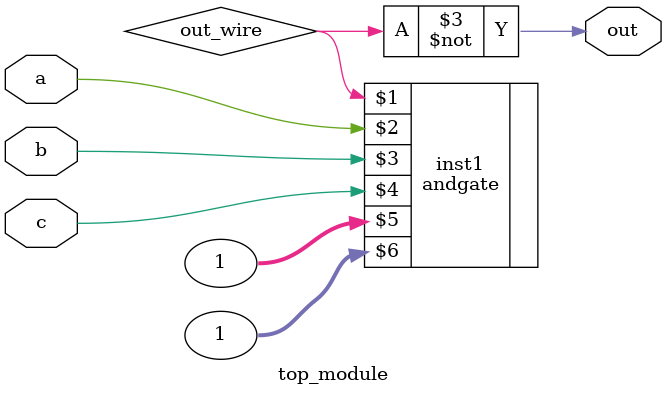
<source format=v>
module top_module (input a, input b, input c, output out);//

    wire out_wire;
    andgate inst1 ( out_wire,a, b, c,1,1 );
    
assign out = ~out_wire;

endmodule

</source>
